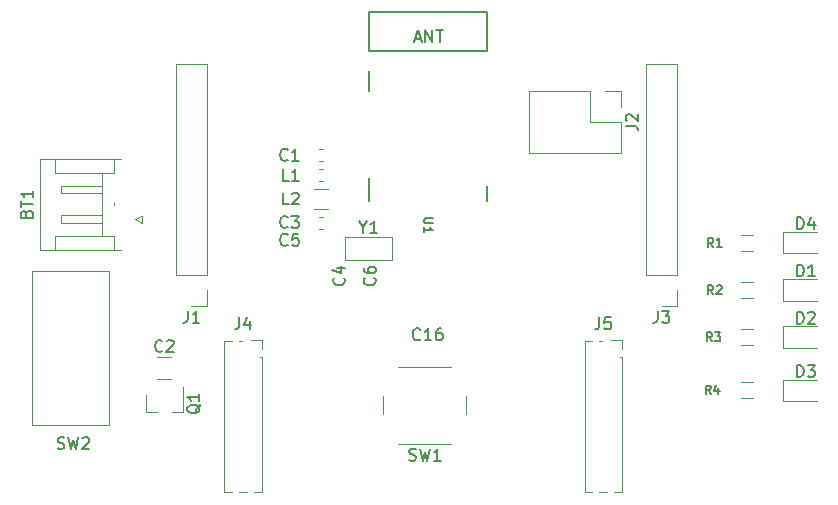
<source format=gto>
G04 #@! TF.GenerationSoftware,KiCad,Pcbnew,5.1.5-52549c5~84~ubuntu18.04.1*
G04 #@! TF.CreationDate,2019-12-19T18:23:33+05:30*
G04 #@! TF.ProjectId,senseble_rev1,73656e73-6562-46c6-955f-726576312e6b,rev?*
G04 #@! TF.SameCoordinates,Original*
G04 #@! TF.FileFunction,Legend,Top*
G04 #@! TF.FilePolarity,Positive*
%FSLAX46Y46*%
G04 Gerber Fmt 4.6, Leading zero omitted, Abs format (unit mm)*
G04 Created by KiCad (PCBNEW 5.1.5-52549c5~84~ubuntu18.04.1) date 2019-12-19 18:23:33*
%MOMM*%
%LPD*%
G04 APERTURE LIST*
%ADD10C,0.120000*%
%ADD11C,0.150000*%
G04 APERTURE END LIST*
D10*
X4000000Y-26610000D02*
X-2810000Y-26610000D01*
X-2810000Y-26610000D02*
X-2810000Y-18890000D01*
X-2810000Y-18890000D02*
X4000000Y-18890000D01*
X-1590000Y-26610000D02*
X-1590000Y-25390000D01*
X-1590000Y-25390000D02*
X3410000Y-25390000D01*
X3410000Y-25390000D02*
X3410000Y-26610000D01*
X-1590000Y-18890000D02*
X-1590000Y-20110000D01*
X-1590000Y-20110000D02*
X3410000Y-20110000D01*
X3410000Y-20110000D02*
X3410000Y-18890000D01*
X2410000Y-25390000D02*
X2410000Y-20110000D01*
X2410000Y-24000000D02*
X2410000Y-24320000D01*
X2410000Y-24320000D02*
X-1010000Y-24320000D01*
X-1010000Y-24320000D02*
X-1090000Y-24000000D01*
X-1090000Y-24000000D02*
X-1010000Y-23680000D01*
X-1010000Y-23680000D02*
X2410000Y-23680000D01*
X2410000Y-23680000D02*
X2410000Y-24000000D01*
X3410000Y-22830000D02*
X3410000Y-22670000D01*
X2410000Y-21500000D02*
X2410000Y-21820000D01*
X2410000Y-21820000D02*
X-1010000Y-21820000D01*
X-1010000Y-21820000D02*
X-1090000Y-21500000D01*
X-1090000Y-21500000D02*
X-1010000Y-21180000D01*
X-1010000Y-21180000D02*
X2410000Y-21180000D01*
X2410000Y-21180000D02*
X2410000Y-21500000D01*
X5225000Y-24000000D02*
X5825000Y-24300000D01*
X5825000Y-24300000D02*
X5825000Y-23700000D01*
X5825000Y-23700000D02*
X5225000Y-24000000D01*
X20837221Y-19110000D02*
X21162779Y-19110000D01*
X20837221Y-18090000D02*
X21162779Y-18090000D01*
X7097936Y-35690000D02*
X8302064Y-35690000D01*
X7097936Y-37510000D02*
X8302064Y-37510000D01*
X20837221Y-23790000D02*
X21162779Y-23790000D01*
X20837221Y-24810000D02*
X21162779Y-24810000D01*
X60115000Y-30910000D02*
X63000000Y-30910000D01*
X60115000Y-29090000D02*
X60115000Y-30910000D01*
X63000000Y-29090000D02*
X60115000Y-29090000D01*
X63000000Y-33090000D02*
X60115000Y-33090000D01*
X60115000Y-33090000D02*
X60115000Y-34910000D01*
X60115000Y-34910000D02*
X63000000Y-34910000D01*
X60115000Y-39410000D02*
X63000000Y-39410000D01*
X60115000Y-37590000D02*
X60115000Y-39410000D01*
X63000000Y-37590000D02*
X60115000Y-37590000D01*
X63000000Y-25090000D02*
X60115000Y-25090000D01*
X60115000Y-25090000D02*
X60115000Y-26910000D01*
X60115000Y-26910000D02*
X63000000Y-26910000D01*
X11330000Y-10890000D02*
X8670000Y-10890000D01*
X11330000Y-28730000D02*
X11330000Y-10890000D01*
X8670000Y-28730000D02*
X8670000Y-10890000D01*
X11330000Y-28730000D02*
X8670000Y-28730000D01*
X11330000Y-30000000D02*
X11330000Y-31330000D01*
X11330000Y-31330000D02*
X10000000Y-31330000D01*
X38590000Y-13170000D02*
X38590000Y-18370000D01*
X43730000Y-13170000D02*
X38590000Y-13170000D01*
X46330000Y-18370000D02*
X38590000Y-18370000D01*
X43730000Y-13170000D02*
X43730000Y-15770000D01*
X43730000Y-15770000D02*
X46330000Y-15770000D01*
X46330000Y-15770000D02*
X46330000Y-18370000D01*
X45000000Y-13170000D02*
X46330000Y-13170000D01*
X46330000Y-13170000D02*
X46330000Y-14500000D01*
X51130000Y-31330000D02*
X49800000Y-31330000D01*
X51130000Y-30000000D02*
X51130000Y-31330000D01*
X51130000Y-28730000D02*
X48470000Y-28730000D01*
X48470000Y-28730000D02*
X48470000Y-10890000D01*
X51130000Y-28730000D02*
X51130000Y-10890000D01*
X51130000Y-10890000D02*
X48470000Y-10890000D01*
X12780000Y-34305000D02*
X13422470Y-34305000D01*
X14037530Y-34305000D02*
X14240000Y-34305000D01*
X12780000Y-34305000D02*
X12780000Y-47125000D01*
X15307530Y-47125000D02*
X15950000Y-47125000D01*
X12780000Y-47125000D02*
X13422470Y-47125000D01*
X14037530Y-47125000D02*
X14692470Y-47125000D01*
X15950000Y-35635000D02*
X15950000Y-47125000D01*
X15760000Y-35635000D02*
X15950000Y-35635000D01*
X15950000Y-34240000D02*
X15950000Y-35000000D01*
X15000000Y-34240000D02*
X15950000Y-34240000D01*
X45500000Y-34240000D02*
X46450000Y-34240000D01*
X46450000Y-34240000D02*
X46450000Y-35000000D01*
X46260000Y-35635000D02*
X46450000Y-35635000D01*
X46450000Y-35635000D02*
X46450000Y-47125000D01*
X44537530Y-47125000D02*
X45192470Y-47125000D01*
X43280000Y-47125000D02*
X43922470Y-47125000D01*
X45807530Y-47125000D02*
X46450000Y-47125000D01*
X43280000Y-34305000D02*
X43280000Y-47125000D01*
X44537530Y-34305000D02*
X44740000Y-34305000D01*
X43280000Y-34305000D02*
X43922470Y-34305000D01*
X21162779Y-20810000D02*
X20837221Y-20810000D01*
X21162779Y-19790000D02*
X20837221Y-19790000D01*
X21600000Y-23180000D02*
X20400000Y-23180000D01*
X20400000Y-21420000D02*
X21600000Y-21420000D01*
X6120000Y-40360000D02*
X7050000Y-40360000D01*
X9280000Y-40360000D02*
X8350000Y-40360000D01*
X9280000Y-40360000D02*
X9280000Y-38200000D01*
X6120000Y-40360000D02*
X6120000Y-38900000D01*
X56500000Y-25320000D02*
X57500000Y-25320000D01*
X57500000Y-26680000D02*
X56500000Y-26680000D01*
X57500000Y-30680000D02*
X56500000Y-30680000D01*
X56500000Y-29320000D02*
X57500000Y-29320000D01*
X56500000Y-33320000D02*
X57500000Y-33320000D01*
X57500000Y-34680000D02*
X56500000Y-34680000D01*
X57500000Y-39180000D02*
X56500000Y-39180000D01*
X56500000Y-37820000D02*
X57500000Y-37820000D01*
X32000000Y-36500000D02*
X27500000Y-36500000D01*
X33250000Y-40500000D02*
X33250000Y-39000000D01*
X27500000Y-43000000D02*
X32000000Y-43000000D01*
X26250000Y-39000000D02*
X26250000Y-40500000D01*
X0Y-28400000D02*
X-3500000Y-28400000D01*
X-3500000Y-28400000D02*
X-3500000Y-41400000D01*
X-3500000Y-41400000D02*
X3000000Y-41400000D01*
X3000000Y-41400000D02*
X3000000Y-28400000D01*
X3000000Y-28400000D02*
X0Y-28400000D01*
D11*
X35000000Y-9750000D02*
X25000000Y-9750000D01*
X25000000Y-6500000D02*
X35000000Y-6500000D01*
X24996200Y-13180600D02*
X24996200Y-11428000D01*
X24996200Y-6500400D02*
X24996200Y-9751600D01*
X24996200Y-22477000D02*
X24996200Y-20546600D01*
X35003800Y-22502400D02*
X35003800Y-21232400D01*
X35003800Y-6500400D02*
X35003800Y-9751600D01*
D10*
X23000000Y-27500000D02*
X27000000Y-27500000D01*
X27000000Y-27500000D02*
X27000000Y-25500000D01*
X27000000Y-25500000D02*
X23000000Y-25500000D01*
X23000000Y-25500000D02*
X23000000Y-27500000D01*
D11*
X-3971428Y-23535714D02*
X-3923809Y-23392857D01*
X-3876190Y-23345238D01*
X-3780952Y-23297619D01*
X-3638095Y-23297619D01*
X-3542857Y-23345238D01*
X-3495238Y-23392857D01*
X-3447619Y-23488095D01*
X-3447619Y-23869047D01*
X-4447619Y-23869047D01*
X-4447619Y-23535714D01*
X-4400000Y-23440476D01*
X-4352380Y-23392857D01*
X-4257142Y-23345238D01*
X-4161904Y-23345238D01*
X-4066666Y-23392857D01*
X-4019047Y-23440476D01*
X-3971428Y-23535714D01*
X-3971428Y-23869047D01*
X-4447619Y-23011904D02*
X-4447619Y-22440476D01*
X-3447619Y-22726190D02*
X-4447619Y-22726190D01*
X-3447619Y-21583333D02*
X-3447619Y-22154761D01*
X-3447619Y-21869047D02*
X-4447619Y-21869047D01*
X-4304761Y-21964285D01*
X-4209523Y-22059523D01*
X-4161904Y-22154761D01*
X18133333Y-18957142D02*
X18085714Y-19004761D01*
X17942857Y-19052380D01*
X17847619Y-19052380D01*
X17704761Y-19004761D01*
X17609523Y-18909523D01*
X17561904Y-18814285D01*
X17514285Y-18623809D01*
X17514285Y-18480952D01*
X17561904Y-18290476D01*
X17609523Y-18195238D01*
X17704761Y-18100000D01*
X17847619Y-18052380D01*
X17942857Y-18052380D01*
X18085714Y-18100000D01*
X18133333Y-18147619D01*
X19085714Y-19052380D02*
X18514285Y-19052380D01*
X18800000Y-19052380D02*
X18800000Y-18052380D01*
X18704761Y-18195238D01*
X18609523Y-18290476D01*
X18514285Y-18338095D01*
X7533333Y-35137142D02*
X7485714Y-35184761D01*
X7342857Y-35232380D01*
X7247619Y-35232380D01*
X7104761Y-35184761D01*
X7009523Y-35089523D01*
X6961904Y-34994285D01*
X6914285Y-34803809D01*
X6914285Y-34660952D01*
X6961904Y-34470476D01*
X7009523Y-34375238D01*
X7104761Y-34280000D01*
X7247619Y-34232380D01*
X7342857Y-34232380D01*
X7485714Y-34280000D01*
X7533333Y-34327619D01*
X7914285Y-34327619D02*
X7961904Y-34280000D01*
X8057142Y-34232380D01*
X8295238Y-34232380D01*
X8390476Y-34280000D01*
X8438095Y-34327619D01*
X8485714Y-34422857D01*
X8485714Y-34518095D01*
X8438095Y-34660952D01*
X7866666Y-35232380D01*
X8485714Y-35232380D01*
X18133333Y-24657142D02*
X18085714Y-24704761D01*
X17942857Y-24752380D01*
X17847619Y-24752380D01*
X17704761Y-24704761D01*
X17609523Y-24609523D01*
X17561904Y-24514285D01*
X17514285Y-24323809D01*
X17514285Y-24180952D01*
X17561904Y-23990476D01*
X17609523Y-23895238D01*
X17704761Y-23800000D01*
X17847619Y-23752380D01*
X17942857Y-23752380D01*
X18085714Y-23800000D01*
X18133333Y-23847619D01*
X18466666Y-23752380D02*
X19085714Y-23752380D01*
X18752380Y-24133333D01*
X18895238Y-24133333D01*
X18990476Y-24180952D01*
X19038095Y-24228571D01*
X19085714Y-24323809D01*
X19085714Y-24561904D01*
X19038095Y-24657142D01*
X18990476Y-24704761D01*
X18895238Y-24752380D01*
X18609523Y-24752380D01*
X18514285Y-24704761D01*
X18466666Y-24657142D01*
X22887142Y-28966666D02*
X22934761Y-29014285D01*
X22982380Y-29157142D01*
X22982380Y-29252380D01*
X22934761Y-29395238D01*
X22839523Y-29490476D01*
X22744285Y-29538095D01*
X22553809Y-29585714D01*
X22410952Y-29585714D01*
X22220476Y-29538095D01*
X22125238Y-29490476D01*
X22030000Y-29395238D01*
X21982380Y-29252380D01*
X21982380Y-29157142D01*
X22030000Y-29014285D01*
X22077619Y-28966666D01*
X22315714Y-28109523D02*
X22982380Y-28109523D01*
X21934761Y-28347619D02*
X22649047Y-28585714D01*
X22649047Y-27966666D01*
X18133333Y-26157142D02*
X18085714Y-26204761D01*
X17942857Y-26252380D01*
X17847619Y-26252380D01*
X17704761Y-26204761D01*
X17609523Y-26109523D01*
X17561904Y-26014285D01*
X17514285Y-25823809D01*
X17514285Y-25680952D01*
X17561904Y-25490476D01*
X17609523Y-25395238D01*
X17704761Y-25300000D01*
X17847619Y-25252380D01*
X17942857Y-25252380D01*
X18085714Y-25300000D01*
X18133333Y-25347619D01*
X19038095Y-25252380D02*
X18561904Y-25252380D01*
X18514285Y-25728571D01*
X18561904Y-25680952D01*
X18657142Y-25633333D01*
X18895238Y-25633333D01*
X18990476Y-25680952D01*
X19038095Y-25728571D01*
X19085714Y-25823809D01*
X19085714Y-26061904D01*
X19038095Y-26157142D01*
X18990476Y-26204761D01*
X18895238Y-26252380D01*
X18657142Y-26252380D01*
X18561904Y-26204761D01*
X18514285Y-26157142D01*
X25487142Y-28966666D02*
X25534761Y-29014285D01*
X25582380Y-29157142D01*
X25582380Y-29252380D01*
X25534761Y-29395238D01*
X25439523Y-29490476D01*
X25344285Y-29538095D01*
X25153809Y-29585714D01*
X25010952Y-29585714D01*
X24820476Y-29538095D01*
X24725238Y-29490476D01*
X24630000Y-29395238D01*
X24582380Y-29252380D01*
X24582380Y-29157142D01*
X24630000Y-29014285D01*
X24677619Y-28966666D01*
X24582380Y-28109523D02*
X24582380Y-28300000D01*
X24630000Y-28395238D01*
X24677619Y-28442857D01*
X24820476Y-28538095D01*
X25010952Y-28585714D01*
X25391904Y-28585714D01*
X25487142Y-28538095D01*
X25534761Y-28490476D01*
X25582380Y-28395238D01*
X25582380Y-28204761D01*
X25534761Y-28109523D01*
X25487142Y-28061904D01*
X25391904Y-28014285D01*
X25153809Y-28014285D01*
X25058571Y-28061904D01*
X25010952Y-28109523D01*
X24963333Y-28204761D01*
X24963333Y-28395238D01*
X25010952Y-28490476D01*
X25058571Y-28538095D01*
X25153809Y-28585714D01*
X29357142Y-34157142D02*
X29309523Y-34204761D01*
X29166666Y-34252380D01*
X29071428Y-34252380D01*
X28928571Y-34204761D01*
X28833333Y-34109523D01*
X28785714Y-34014285D01*
X28738095Y-33823809D01*
X28738095Y-33680952D01*
X28785714Y-33490476D01*
X28833333Y-33395238D01*
X28928571Y-33300000D01*
X29071428Y-33252380D01*
X29166666Y-33252380D01*
X29309523Y-33300000D01*
X29357142Y-33347619D01*
X30309523Y-34252380D02*
X29738095Y-34252380D01*
X30023809Y-34252380D02*
X30023809Y-33252380D01*
X29928571Y-33395238D01*
X29833333Y-33490476D01*
X29738095Y-33538095D01*
X31166666Y-33252380D02*
X30976190Y-33252380D01*
X30880952Y-33300000D01*
X30833333Y-33347619D01*
X30738095Y-33490476D01*
X30690476Y-33680952D01*
X30690476Y-34061904D01*
X30738095Y-34157142D01*
X30785714Y-34204761D01*
X30880952Y-34252380D01*
X31071428Y-34252380D01*
X31166666Y-34204761D01*
X31214285Y-34157142D01*
X31261904Y-34061904D01*
X31261904Y-33823809D01*
X31214285Y-33728571D01*
X31166666Y-33680952D01*
X31071428Y-33633333D01*
X30880952Y-33633333D01*
X30785714Y-33680952D01*
X30738095Y-33728571D01*
X30690476Y-33823809D01*
X61261904Y-28852380D02*
X61261904Y-27852380D01*
X61500000Y-27852380D01*
X61642857Y-27900000D01*
X61738095Y-27995238D01*
X61785714Y-28090476D01*
X61833333Y-28280952D01*
X61833333Y-28423809D01*
X61785714Y-28614285D01*
X61738095Y-28709523D01*
X61642857Y-28804761D01*
X61500000Y-28852380D01*
X61261904Y-28852380D01*
X62785714Y-28852380D02*
X62214285Y-28852380D01*
X62500000Y-28852380D02*
X62500000Y-27852380D01*
X62404761Y-27995238D01*
X62309523Y-28090476D01*
X62214285Y-28138095D01*
X61261904Y-32852380D02*
X61261904Y-31852380D01*
X61500000Y-31852380D01*
X61642857Y-31900000D01*
X61738095Y-31995238D01*
X61785714Y-32090476D01*
X61833333Y-32280952D01*
X61833333Y-32423809D01*
X61785714Y-32614285D01*
X61738095Y-32709523D01*
X61642857Y-32804761D01*
X61500000Y-32852380D01*
X61261904Y-32852380D01*
X62214285Y-31947619D02*
X62261904Y-31900000D01*
X62357142Y-31852380D01*
X62595238Y-31852380D01*
X62690476Y-31900000D01*
X62738095Y-31947619D01*
X62785714Y-32042857D01*
X62785714Y-32138095D01*
X62738095Y-32280952D01*
X62166666Y-32852380D01*
X62785714Y-32852380D01*
X61261904Y-37352380D02*
X61261904Y-36352380D01*
X61500000Y-36352380D01*
X61642857Y-36400000D01*
X61738095Y-36495238D01*
X61785714Y-36590476D01*
X61833333Y-36780952D01*
X61833333Y-36923809D01*
X61785714Y-37114285D01*
X61738095Y-37209523D01*
X61642857Y-37304761D01*
X61500000Y-37352380D01*
X61261904Y-37352380D01*
X62166666Y-36352380D02*
X62785714Y-36352380D01*
X62452380Y-36733333D01*
X62595238Y-36733333D01*
X62690476Y-36780952D01*
X62738095Y-36828571D01*
X62785714Y-36923809D01*
X62785714Y-37161904D01*
X62738095Y-37257142D01*
X62690476Y-37304761D01*
X62595238Y-37352380D01*
X62309523Y-37352380D01*
X62214285Y-37304761D01*
X62166666Y-37257142D01*
X61261904Y-24852380D02*
X61261904Y-23852380D01*
X61500000Y-23852380D01*
X61642857Y-23900000D01*
X61738095Y-23995238D01*
X61785714Y-24090476D01*
X61833333Y-24280952D01*
X61833333Y-24423809D01*
X61785714Y-24614285D01*
X61738095Y-24709523D01*
X61642857Y-24804761D01*
X61500000Y-24852380D01*
X61261904Y-24852380D01*
X62690476Y-24185714D02*
X62690476Y-24852380D01*
X62452380Y-23804761D02*
X62214285Y-24519047D01*
X62833333Y-24519047D01*
X9666666Y-31782380D02*
X9666666Y-32496666D01*
X9619047Y-32639523D01*
X9523809Y-32734761D01*
X9380952Y-32782380D01*
X9285714Y-32782380D01*
X10666666Y-32782380D02*
X10095238Y-32782380D01*
X10380952Y-32782380D02*
X10380952Y-31782380D01*
X10285714Y-31925238D01*
X10190476Y-32020476D01*
X10095238Y-32068095D01*
X46782380Y-16103333D02*
X47496666Y-16103333D01*
X47639523Y-16150952D01*
X47734761Y-16246190D01*
X47782380Y-16389047D01*
X47782380Y-16484285D01*
X46877619Y-15674761D02*
X46830000Y-15627142D01*
X46782380Y-15531904D01*
X46782380Y-15293809D01*
X46830000Y-15198571D01*
X46877619Y-15150952D01*
X46972857Y-15103333D01*
X47068095Y-15103333D01*
X47210952Y-15150952D01*
X47782380Y-15722380D01*
X47782380Y-15103333D01*
X49466666Y-31782380D02*
X49466666Y-32496666D01*
X49419047Y-32639523D01*
X49323809Y-32734761D01*
X49180952Y-32782380D01*
X49085714Y-32782380D01*
X49847619Y-31782380D02*
X50466666Y-31782380D01*
X50133333Y-32163333D01*
X50276190Y-32163333D01*
X50371428Y-32210952D01*
X50419047Y-32258571D01*
X50466666Y-32353809D01*
X50466666Y-32591904D01*
X50419047Y-32687142D01*
X50371428Y-32734761D01*
X50276190Y-32782380D01*
X49990476Y-32782380D01*
X49895238Y-32734761D01*
X49847619Y-32687142D01*
X14031666Y-32317380D02*
X14031666Y-33031666D01*
X13984047Y-33174523D01*
X13888809Y-33269761D01*
X13745952Y-33317380D01*
X13650714Y-33317380D01*
X14936428Y-32650714D02*
X14936428Y-33317380D01*
X14698333Y-32269761D02*
X14460238Y-32984047D01*
X15079285Y-32984047D01*
X44531666Y-32317380D02*
X44531666Y-33031666D01*
X44484047Y-33174523D01*
X44388809Y-33269761D01*
X44245952Y-33317380D01*
X44150714Y-33317380D01*
X45484047Y-32317380D02*
X45007857Y-32317380D01*
X44960238Y-32793571D01*
X45007857Y-32745952D01*
X45103095Y-32698333D01*
X45341190Y-32698333D01*
X45436428Y-32745952D01*
X45484047Y-32793571D01*
X45531666Y-32888809D01*
X45531666Y-33126904D01*
X45484047Y-33222142D01*
X45436428Y-33269761D01*
X45341190Y-33317380D01*
X45103095Y-33317380D01*
X45007857Y-33269761D01*
X44960238Y-33222142D01*
X18233333Y-20752380D02*
X17757142Y-20752380D01*
X17757142Y-19752380D01*
X19090476Y-20752380D02*
X18519047Y-20752380D01*
X18804761Y-20752380D02*
X18804761Y-19752380D01*
X18709523Y-19895238D01*
X18614285Y-19990476D01*
X18519047Y-20038095D01*
X18233333Y-22752380D02*
X17757142Y-22752380D01*
X17757142Y-21752380D01*
X18519047Y-21847619D02*
X18566666Y-21800000D01*
X18661904Y-21752380D01*
X18900000Y-21752380D01*
X18995238Y-21800000D01*
X19042857Y-21847619D01*
X19090476Y-21942857D01*
X19090476Y-22038095D01*
X19042857Y-22180952D01*
X18471428Y-22752380D01*
X19090476Y-22752380D01*
X10747619Y-39695238D02*
X10700000Y-39790476D01*
X10604761Y-39885714D01*
X10461904Y-40028571D01*
X10414285Y-40123809D01*
X10414285Y-40219047D01*
X10652380Y-40171428D02*
X10604761Y-40266666D01*
X10509523Y-40361904D01*
X10319047Y-40409523D01*
X9985714Y-40409523D01*
X9795238Y-40361904D01*
X9700000Y-40266666D01*
X9652380Y-40171428D01*
X9652380Y-39980952D01*
X9700000Y-39885714D01*
X9795238Y-39790476D01*
X9985714Y-39742857D01*
X10319047Y-39742857D01*
X10509523Y-39790476D01*
X10604761Y-39885714D01*
X10652380Y-39980952D01*
X10652380Y-40171428D01*
X10652380Y-38790476D02*
X10652380Y-39361904D01*
X10652380Y-39076190D02*
X9652380Y-39076190D01*
X9795238Y-39171428D01*
X9890476Y-39266666D01*
X9938095Y-39361904D01*
X54175000Y-26339285D02*
X53925000Y-25982142D01*
X53746428Y-26339285D02*
X53746428Y-25589285D01*
X54032142Y-25589285D01*
X54103571Y-25625000D01*
X54139285Y-25660714D01*
X54175000Y-25732142D01*
X54175000Y-25839285D01*
X54139285Y-25910714D01*
X54103571Y-25946428D01*
X54032142Y-25982142D01*
X53746428Y-25982142D01*
X54889285Y-26339285D02*
X54460714Y-26339285D01*
X54675000Y-26339285D02*
X54675000Y-25589285D01*
X54603571Y-25696428D01*
X54532142Y-25767857D01*
X54460714Y-25803571D01*
X54175000Y-30339285D02*
X53925000Y-29982142D01*
X53746428Y-30339285D02*
X53746428Y-29589285D01*
X54032142Y-29589285D01*
X54103571Y-29625000D01*
X54139285Y-29660714D01*
X54175000Y-29732142D01*
X54175000Y-29839285D01*
X54139285Y-29910714D01*
X54103571Y-29946428D01*
X54032142Y-29982142D01*
X53746428Y-29982142D01*
X54460714Y-29660714D02*
X54496428Y-29625000D01*
X54567857Y-29589285D01*
X54746428Y-29589285D01*
X54817857Y-29625000D01*
X54853571Y-29660714D01*
X54889285Y-29732142D01*
X54889285Y-29803571D01*
X54853571Y-29910714D01*
X54425000Y-30339285D01*
X54889285Y-30339285D01*
X54075000Y-34339285D02*
X53825000Y-33982142D01*
X53646428Y-34339285D02*
X53646428Y-33589285D01*
X53932142Y-33589285D01*
X54003571Y-33625000D01*
X54039285Y-33660714D01*
X54075000Y-33732142D01*
X54075000Y-33839285D01*
X54039285Y-33910714D01*
X54003571Y-33946428D01*
X53932142Y-33982142D01*
X53646428Y-33982142D01*
X54325000Y-33589285D02*
X54789285Y-33589285D01*
X54539285Y-33875000D01*
X54646428Y-33875000D01*
X54717857Y-33910714D01*
X54753571Y-33946428D01*
X54789285Y-34017857D01*
X54789285Y-34196428D01*
X54753571Y-34267857D01*
X54717857Y-34303571D01*
X54646428Y-34339285D01*
X54432142Y-34339285D01*
X54360714Y-34303571D01*
X54325000Y-34267857D01*
X53975000Y-38839285D02*
X53725000Y-38482142D01*
X53546428Y-38839285D02*
X53546428Y-38089285D01*
X53832142Y-38089285D01*
X53903571Y-38125000D01*
X53939285Y-38160714D01*
X53975000Y-38232142D01*
X53975000Y-38339285D01*
X53939285Y-38410714D01*
X53903571Y-38446428D01*
X53832142Y-38482142D01*
X53546428Y-38482142D01*
X54617857Y-38339285D02*
X54617857Y-38839285D01*
X54439285Y-38053571D02*
X54260714Y-38589285D01*
X54725000Y-38589285D01*
X28416666Y-44404761D02*
X28559523Y-44452380D01*
X28797619Y-44452380D01*
X28892857Y-44404761D01*
X28940476Y-44357142D01*
X28988095Y-44261904D01*
X28988095Y-44166666D01*
X28940476Y-44071428D01*
X28892857Y-44023809D01*
X28797619Y-43976190D01*
X28607142Y-43928571D01*
X28511904Y-43880952D01*
X28464285Y-43833333D01*
X28416666Y-43738095D01*
X28416666Y-43642857D01*
X28464285Y-43547619D01*
X28511904Y-43500000D01*
X28607142Y-43452380D01*
X28845238Y-43452380D01*
X28988095Y-43500000D01*
X29321428Y-43452380D02*
X29559523Y-44452380D01*
X29750000Y-43738095D01*
X29940476Y-44452380D01*
X30178571Y-43452380D01*
X31083333Y-44452380D02*
X30511904Y-44452380D01*
X30797619Y-44452380D02*
X30797619Y-43452380D01*
X30702380Y-43595238D01*
X30607142Y-43690476D01*
X30511904Y-43738095D01*
X-1333333Y-43404761D02*
X-1190476Y-43452380D01*
X-952380Y-43452380D01*
X-857142Y-43404761D01*
X-809523Y-43357142D01*
X-761904Y-43261904D01*
X-761904Y-43166666D01*
X-809523Y-43071428D01*
X-857142Y-43023809D01*
X-952380Y-42976190D01*
X-1142857Y-42928571D01*
X-1238095Y-42880952D01*
X-1285714Y-42833333D01*
X-1333333Y-42738095D01*
X-1333333Y-42642857D01*
X-1285714Y-42547619D01*
X-1238095Y-42500000D01*
X-1142857Y-42452380D01*
X-904761Y-42452380D01*
X-761904Y-42500000D01*
X-428571Y-42452380D02*
X-190476Y-43452380D01*
X0Y-42738095D01*
X190476Y-43452380D01*
X428571Y-42452380D01*
X761904Y-42547619D02*
X809523Y-42500000D01*
X904761Y-42452380D01*
X1142857Y-42452380D01*
X1238095Y-42500000D01*
X1285714Y-42547619D01*
X1333333Y-42642857D01*
X1333333Y-42738095D01*
X1285714Y-42880952D01*
X714285Y-43452380D01*
X1333333Y-43452380D01*
X30410714Y-23928571D02*
X29803571Y-23928571D01*
X29732142Y-23964285D01*
X29696428Y-24000000D01*
X29660714Y-24071428D01*
X29660714Y-24214285D01*
X29696428Y-24285714D01*
X29732142Y-24321428D01*
X29803571Y-24357142D01*
X30410714Y-24357142D01*
X29660714Y-25107142D02*
X29660714Y-24678571D01*
X29660714Y-24892857D02*
X30410714Y-24892857D01*
X30303571Y-24821428D01*
X30232142Y-24750000D01*
X30196428Y-24678571D01*
X28907142Y-8716666D02*
X29383333Y-8716666D01*
X28811904Y-9002380D02*
X29145238Y-8002380D01*
X29478571Y-9002380D01*
X29811904Y-9002380D02*
X29811904Y-8002380D01*
X30383333Y-9002380D01*
X30383333Y-8002380D01*
X30716666Y-8002380D02*
X31288095Y-8002380D01*
X31002380Y-9002380D02*
X31002380Y-8002380D01*
X24523809Y-24676190D02*
X24523809Y-25152380D01*
X24190476Y-24152380D02*
X24523809Y-24676190D01*
X24857142Y-24152380D01*
X25714285Y-25152380D02*
X25142857Y-25152380D01*
X25428571Y-25152380D02*
X25428571Y-24152380D01*
X25333333Y-24295238D01*
X25238095Y-24390476D01*
X25142857Y-24438095D01*
M02*

</source>
